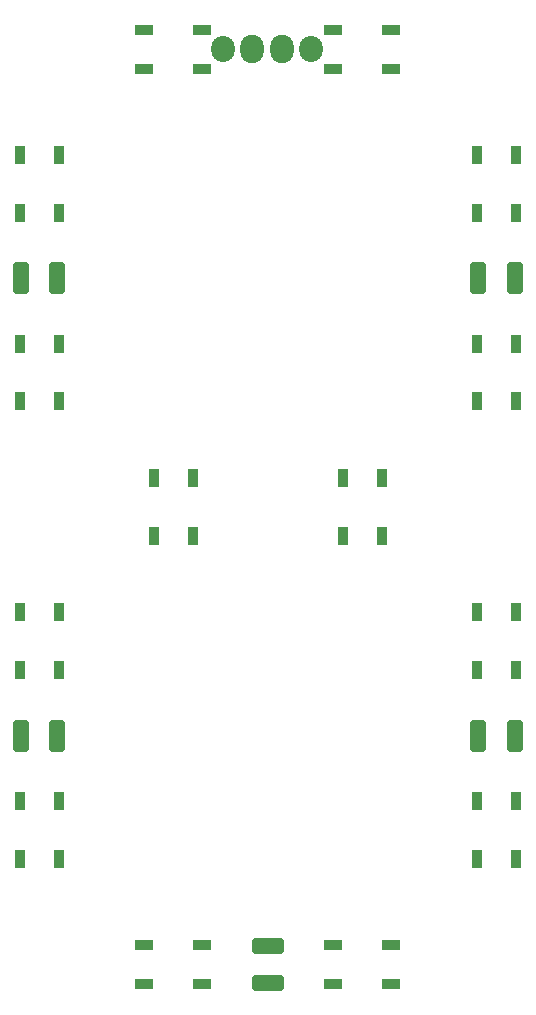
<source format=gts>
G04 #@! TF.GenerationSoftware,KiCad,Pcbnew,7.0.2*
G04 #@! TF.CreationDate,2024-09-03T00:20:42+03:00*
G04 #@! TF.ProjectId,7seg,37736567-2e6b-4696-9361-645f70636258,rev?*
G04 #@! TF.SameCoordinates,Original*
G04 #@! TF.FileFunction,Soldermask,Top*
G04 #@! TF.FilePolarity,Negative*
%FSLAX46Y46*%
G04 Gerber Fmt 4.6, Leading zero omitted, Abs format (unit mm)*
G04 Created by KiCad (PCBNEW 7.0.2) date 2024-09-03 00:20:42*
%MOMM*%
%LPD*%
G01*
G04 APERTURE LIST*
G04 Aperture macros list*
%AMRoundRect*
0 Rectangle with rounded corners*
0 $1 Rounding radius*
0 $2 $3 $4 $5 $6 $7 $8 $9 X,Y pos of 4 corners*
0 Add a 4 corners polygon primitive as box body*
4,1,4,$2,$3,$4,$5,$6,$7,$8,$9,$2,$3,0*
0 Add four circle primitives for the rounded corners*
1,1,$1+$1,$2,$3*
1,1,$1+$1,$4,$5*
1,1,$1+$1,$6,$7*
1,1,$1+$1,$8,$9*
0 Add four rect primitives between the rounded corners*
20,1,$1+$1,$2,$3,$4,$5,0*
20,1,$1+$1,$4,$5,$6,$7,0*
20,1,$1+$1,$6,$7,$8,$9,0*
20,1,$1+$1,$8,$9,$2,$3,0*%
G04 Aperture macros list end*
%ADD10RoundRect,0.250000X0.412500X1.100000X-0.412500X1.100000X-0.412500X-1.100000X0.412500X-1.100000X0*%
%ADD11RoundRect,0.250000X-0.412500X-1.100000X0.412500X-1.100000X0.412500X1.100000X-0.412500X1.100000X0*%
%ADD12RoundRect,0.250000X1.100000X-0.412500X1.100000X0.412500X-1.100000X0.412500X-1.100000X-0.412500X0*%
%ADD13R,0.900000X1.500000*%
%ADD14R,1.500000X0.900000*%
%ADD15O,2.000000X2.200000*%
%ADD16O,2.000000X2.400000*%
G04 APERTURE END LIST*
D10*
X120937500Y-80624500D03*
X117812500Y-80624500D03*
X120937500Y-119375500D03*
X117812500Y-119375500D03*
D11*
X79062500Y-80624500D03*
X82187500Y-80624500D03*
D12*
X100000000Y-140312500D03*
X100000000Y-137187500D03*
D11*
X79062500Y-119375500D03*
X82187500Y-119375500D03*
D13*
X78975000Y-75077000D03*
X82275000Y-75077000D03*
X82275000Y-70177000D03*
X78975000Y-70177000D03*
X90353000Y-102450000D03*
X93653000Y-102450000D03*
X93653000Y-97550000D03*
X90353000Y-97550000D03*
D14*
X89553000Y-59600000D03*
X89553000Y-62900000D03*
X94453000Y-62900000D03*
X94453000Y-59600000D03*
D13*
X121025000Y-86172000D03*
X117725000Y-86172000D03*
X117725000Y-91072000D03*
X121025000Y-91072000D03*
D14*
X110447000Y-140400000D03*
X110447000Y-137100000D03*
X105547000Y-137100000D03*
X105547000Y-140400000D03*
D13*
X121025000Y-108928000D03*
X117725000Y-108928000D03*
X117725000Y-113828000D03*
X121025000Y-113828000D03*
X121025000Y-124923000D03*
X117725000Y-124923000D03*
X117725000Y-129823000D03*
X121025000Y-129823000D03*
X78975000Y-113828000D03*
X82275000Y-113828000D03*
X82275000Y-108928000D03*
X78975000Y-108928000D03*
D14*
X94453000Y-140400000D03*
X94453000Y-137100000D03*
X89553000Y-137100000D03*
X89553000Y-140400000D03*
D13*
X78975000Y-91072000D03*
X82275000Y-91072000D03*
X82275000Y-86172000D03*
X78975000Y-86172000D03*
X121025000Y-70177000D03*
X117725000Y-70177000D03*
X117725000Y-75077000D03*
X121025000Y-75077000D03*
X109647000Y-97550000D03*
X106347000Y-97550000D03*
X106347000Y-102450000D03*
X109647000Y-102450000D03*
D14*
X105547000Y-59600000D03*
X105547000Y-62900000D03*
X110447000Y-62900000D03*
X110447000Y-59600000D03*
D13*
X78975000Y-129823000D03*
X82275000Y-129823000D03*
X82275000Y-124923000D03*
X78975000Y-124923000D03*
D15*
X96190000Y-61200000D03*
D16*
X98690000Y-61200000D03*
X101190000Y-61200000D03*
D15*
X103690000Y-61200000D03*
M02*

</source>
